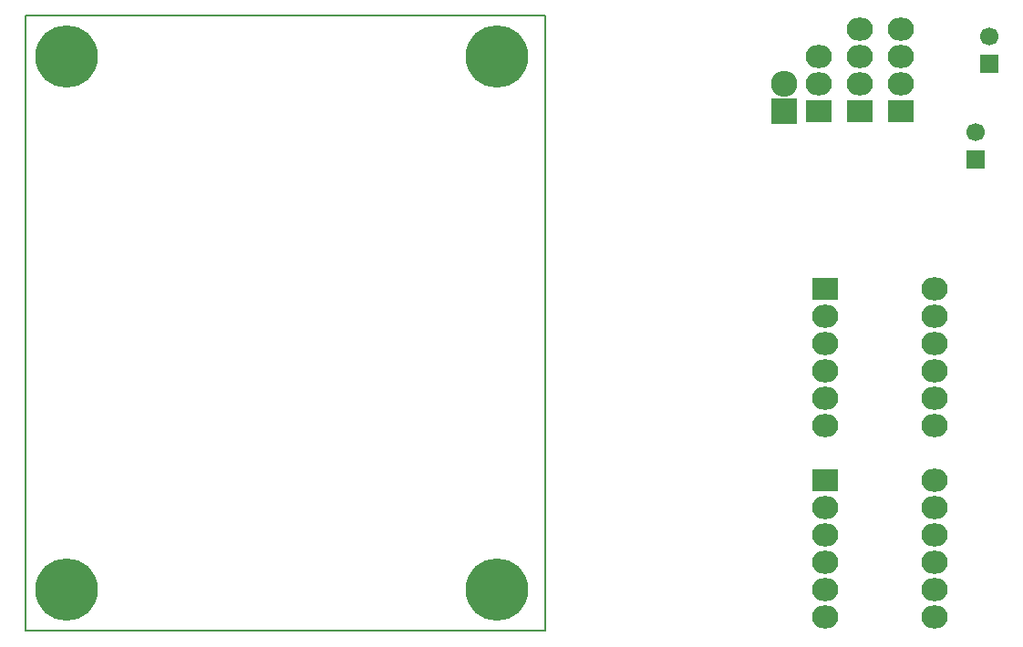
<source format=gbr>
G04 #@! TF.FileFunction,Soldermask,Top*
%FSLAX46Y46*%
G04 Gerber Fmt 4.6, Leading zero omitted, Abs format (unit mm)*
G04 Created by KiCad (PCBNEW 4.0.5+dfsg1-4) date Sun Oct  6 16:03:19 2019*
%MOMM*%
%LPD*%
G01*
G04 APERTURE LIST*
%ADD10C,0.150000*%
%ADD11C,1.700000*%
%ADD12R,1.700000X1.700000*%
%ADD13R,2.432000X2.127200*%
%ADD14O,2.432000X2.127200*%
%ADD15C,5.800000*%
%ADD16R,2.432000X2.432000*%
%ADD17O,2.432000X2.432000*%
G04 APERTURE END LIST*
D10*
X118110000Y-68580000D02*
X160020000Y-68580000D01*
X118110000Y-125730000D02*
X118110000Y-68580000D01*
X158115000Y-125730000D02*
X118110000Y-125730000D01*
X166370000Y-125730000D02*
X158115000Y-125730000D01*
X166370000Y-68580000D02*
X166370000Y-125730000D01*
X160020000Y-68580000D02*
X166370000Y-68580000D01*
X165100000Y-125730000D02*
X166370000Y-125730000D01*
X158115000Y-125730000D02*
X165100000Y-125730000D01*
D11*
X206375000Y-79415000D03*
D12*
X206375000Y-81915000D03*
D13*
X199390000Y-77470000D03*
D14*
X199390000Y-74930000D03*
X199390000Y-72390000D03*
X199390000Y-69850000D03*
D15*
X121920000Y-121920000D03*
X161925000Y-121920000D03*
X161925000Y-72390000D03*
X121920000Y-72390000D03*
D13*
X195580000Y-77470000D03*
D14*
X195580000Y-74930000D03*
X195580000Y-72390000D03*
X195580000Y-69850000D03*
D11*
X207645000Y-70525000D03*
D12*
X207645000Y-73025000D03*
D13*
X191770000Y-77470000D03*
D14*
X191770000Y-74930000D03*
X191770000Y-72390000D03*
D16*
X188595000Y-77470000D03*
D17*
X188595000Y-74930000D03*
D14*
X202565000Y-93980000D03*
X202565000Y-106680000D03*
X202565000Y-104140000D03*
X202565000Y-101600000D03*
X202565000Y-99060000D03*
X202565000Y-96520000D03*
D13*
X192405000Y-93980000D03*
D14*
X192405000Y-96520000D03*
X192405000Y-99060000D03*
X192405000Y-101600000D03*
X192405000Y-104140000D03*
X192405000Y-106680000D03*
X202565000Y-111760000D03*
X202565000Y-124460000D03*
X202565000Y-121920000D03*
X202565000Y-119380000D03*
X202565000Y-116840000D03*
X202565000Y-114300000D03*
D13*
X192405000Y-111760000D03*
D14*
X192405000Y-114300000D03*
X192405000Y-116840000D03*
X192405000Y-119380000D03*
X192405000Y-121920000D03*
X192405000Y-124460000D03*
M02*

</source>
